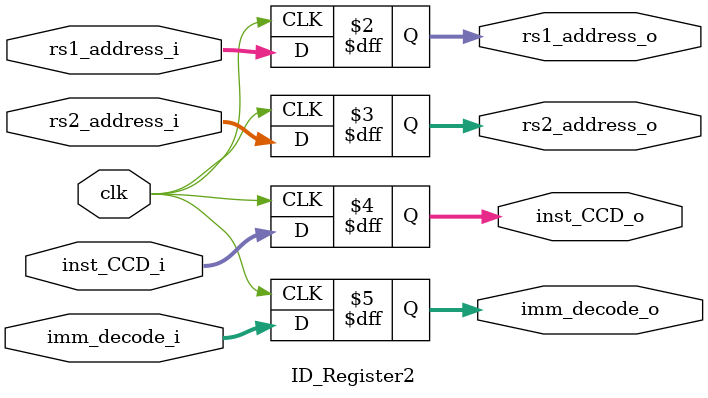
<source format=sv>
module ID_Register2 (
    input clk,
    input [4:0] rs1_address_i,
    input [4:0] rs2_address_i,
    input [31:0] inst_CCD_i,
    input [31:0] imm_decode_i,
    output reg [4:0] rs1_address_o,
    output reg [4:0] rs2_address_o,
    output reg [31:0] inst_CCD_o,
    output reg [31:0] imm_decode_o
);

always @ (posedge clk)
begin
    rs1_address_o <= rs1_address_i;
    rs2_address_o <= rs2_address_i;
    inst_CCD_o    <= inst_CCD_i;
    imm_decode_o  <= imm_decode_i;
end
    
endmodule
</source>
